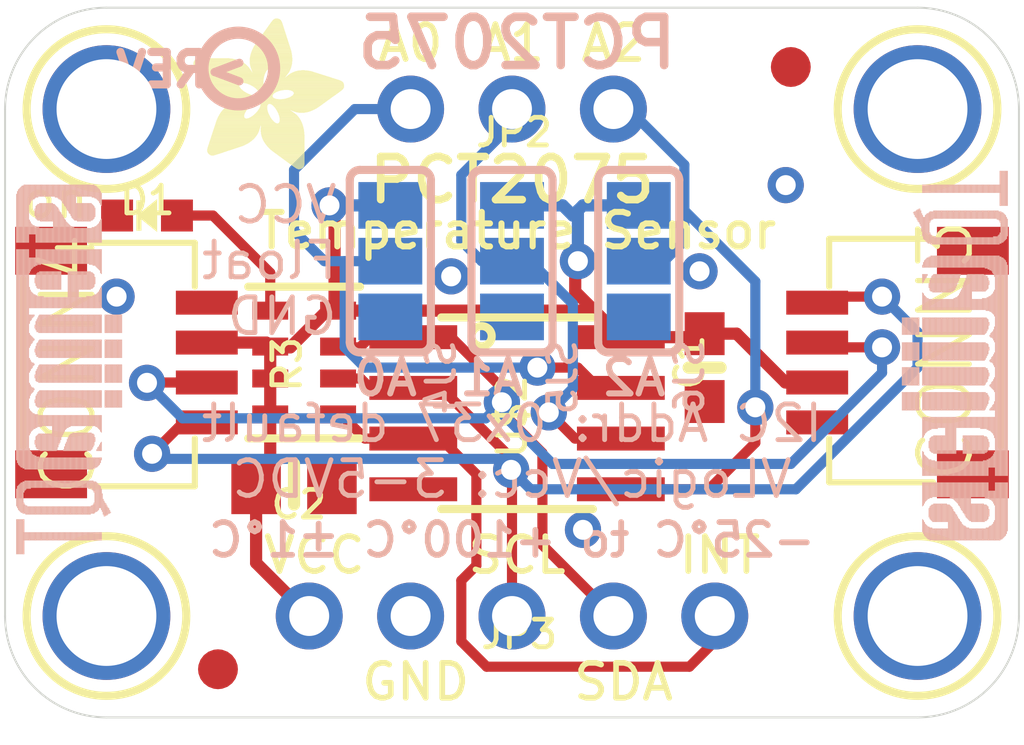
<source format=kicad_pcb>
(kicad_pcb (version 20211014) (generator pcbnew)
  (layers (0 "F.Cu" signal) (31 "B.Cu" signal) (34 "B.Paste" user) (35 "F.Paste" user) (36 "B.SilkS" user "B.Silkscreen") (37 "F.SilkS" user "F.Silkscreen") (38 "B.Mask" user) (39 "F.Mask" user) (44 "Edge.Cuts" user))
  (net 0 "")
  (net 1 "GND")
  (net 2 "SDA")
  (net 3 "SCL")
  (net 4 "VCC")
  (net 5 "INT")
  (net 6 "A0")
  (net 7 "A1")
  (net 8 "A2")
  (net 9 "N$1")
  (footprint "boardEagle:MOUNTINGHOLE_2.5_PLATED" (layer "F.Cu") (at 138.3411 111.3536)
    (fp_text reference "U$19" hide)
    (fp_text value "MOUNTINGHOLE2.5" hide)
    (pad "P$1" thru_hole circle (at 0 0) (size 3.2 3.2) (drill 2.5) (layers *.Cu *.Mask))
  )
  (footprint "boardEagle:1X03_ROUND" (layer "F.Cu") (at 148.5011 98.6536)
    (fp_text reference "JP2" (at -0.9652 0.5842) (layer "F.SilkS") (effects (font (size 0.692831 0.692831) (thickness 0.119969)) (justify left)))
    (fp_text value "")
    (pad "1" thru_hole circle (at -2.54 0 90) (size 1.6764 1.6764) (drill 1) (layers *.Cu *.Mask) (net 6 "A0"))
    (pad "2" thru_hole circle (at 0 0 90) (size 1.6764 1.6764) (drill 1) (layers *.Cu *.Mask) (net 7 "A1"))
    (pad "3" thru_hole circle (at 2.54 0 90) (size 1.6764 1.6764) (drill 1) (layers *.Cu *.Mask) (net 8 "A2"))
  )
  (footprint "boardEagle:MOUNTINGHOLE_2.5_PLATED" (layer "F.Cu") (at 138.3411 98.6536)
    (fp_text reference "U$1" hide)
    (fp_text value "MOUNTINGHOLE2.5" hide)
    (pad "P$1" thru_hole circle (at 0 0) (size 3.2 3.2) (drill 2.5) (layers *.Cu *.Mask))
  )
  (footprint "boardEagle:FIDUCIAL_1MM" (layer "F.Cu") (at 141.1351 112.6871)
    (fp_text reference "FID3" hide)
    (fp_text value "FIDUCIAL_1MM" hide)
    (pad "1" smd roundrect (at 0 0) (size 1 1) (layers "F.Cu" "F.Mask") (roundrect_rratio 0.5))
  )
  (footprint "boardEagle:JST_SH4" (layer "F.Cu") (at 158.6611 105.0036 90)
    (fp_text reference "CONN3" (at -3.076 0.704 90) (layer "F.SilkS") (effects (font (size 1.291539 1.291539) (thickness 0.130861)) (justify left)))
    (fp_text value "STEMMA_I2C_QT" hide)
    (pad "1" smd rect (at -1.5 -2.514 180) (size 1.55 0.6) (layers "F.Cu" "F.Paste" "F.Mask") (net 1 "GND"))
    (pad "2" smd rect (at -0.5 -2.514 180) (size 1.55 0.6) (layers "F.Cu" "F.Paste" "F.Mask") (net 4 "VCC"))
    (pad "3" smd rect (at 0.5 -2.514 180) (size 1.55 0.6) (layers "F.Cu" "F.Paste" "F.Mask") (net 2 "SDA"))
    (pad "4" smd rect (at 1.5 -2.514 180) (size 1.55 0.6) (layers "F.Cu" "F.Paste" "F.Mask") (net 3 "SCL"))
    (pad "MT1" smd rect (at -2.8 1.386 180) (size 1.8 1.2) (layers "F.Cu" "F.Paste" "F.Mask"))
    (pad "MT2" smd rect (at 2.8 1.386 180) (size 1.8 1.2) (layers "F.Cu" "F.Paste" "F.Mask"))
  )
  (footprint "boardEagle:RESPACK_4X0603" (layer "F.Cu") (at 143.2941 105.0036 -90)
    (fp_text reference "R3" (at -0.711 0.432 90) (layer "F.SilkS") (effects (font (size 0.692831 0.692831) (thickness 0.119969)) (justify right)))
    (fp_text value "10K")
    (pad "1" smd rect (at -1.3 0.85 270) (size 0.45 0.9) (layers "F.Cu" "F.Paste" "F.Mask") (net 9 "N$1"))
    (pad "2" smd rect (at -0.4 0.85 270) (size 0.45 0.9) (layers "F.Cu" "F.Paste" "F.Mask") (net 4 "VCC"))
    (pad "3" smd rect (at 0.4 0.85 270) (size 0.45 0.9) (layers "F.Cu" "F.Paste" "F.Mask") (net 4 "VCC"))
    (pad "4" smd rect (at 1.3 0.85 270) (size 0.45 0.9) (layers "F.Cu" "F.Paste" "F.Mask") (net 4 "VCC"))
    (pad "5" smd rect (at 1.3 -0.85 270) (size 0.45 0.9) (layers "F.Cu" "F.Paste" "F.Mask") (net 5 "INT"))
    (pad "6" smd rect (at 0.4 -0.85 270) (size 0.45 0.9) (layers "F.Cu" "F.Paste" "F.Mask") (net 3 "SCL"))
    (pad "7" smd rect (at -0.4 -0.85 270) (size 0.45 0.9) (layers "F.Cu" "F.Paste" "F.Mask") (net 2 "SDA"))
    (pad "8" smd rect (at -1.3 -0.85 270) (size 0.45 0.9) (layers "F.Cu" "F.Paste" "F.Mask") (net 4 "VCC"))
  )
  (footprint "boardEagle:FIDUCIAL_1MM" (layer "F.Cu") (at 155.4861 97.5995)
    (fp_text reference "FID4" hide)
    (fp_text value "FIDUCIAL_1MM" hide)
    (pad "1" smd roundrect (at 0 0) (size 1 1) (layers "F.Cu" "F.Mask") (roundrect_rratio 0.5))
  )
  (footprint "boardEagle:SOIC8_150MIL" (layer "F.Cu") (at 148.6281 106.2736 -90)
    (fp_text reference "U$2" (at -1.016 0.127 90) (layer "F.SilkS") (effects (font (size 0.692831 0.692831) (thickness 0.119969)) (justify right)))
    (fp_text value "PCT2075D")
    (pad "1" smd rect (at -1.905 2.6 270) (size 0.6 2.2) (layers "F.Cu" "F.Paste" "F.Mask") (net 2 "SDA"))
    (pad "2" smd rect (at -0.635 2.6 270) (size 0.6 2.2) (layers "F.Cu" "F.Paste" "F.Mask") (net 3 "SCL"))
    (pad "3" smd rect (at 0.635 2.6 270) (size 0.6 2.2) (layers "F.Cu" "F.Paste" "F.Mask") (net 5 "INT"))
    (pad "4" smd rect (at 1.905 2.6 270) (size 0.6 2.2) (layers "F.Cu" "F.Paste" "F.Mask") (net 1 "GND"))
    (pad "5" smd rect (at 1.905 -2.6 270) (size 0.6 2.2) (layers "F.Cu" "F.Paste" "F.Mask") (net 8 "A2"))
    (pad "6" smd rect (at 0.635 -2.6 270) (size 0.6 2.2) (layers "F.Cu" "F.Paste" "F.Mask") (net 7 "A1"))
    (pad "7" smd rect (at -0.635 -2.6 270) (size 0.6 2.2) (layers "F.Cu" "F.Paste" "F.Mask") (net 6 "A0"))
    (pad "8" smd rect (at -1.905 -2.6 270) (size 0.6 2.2) (layers "F.Cu" "F.Paste" "F.Mask") (net 4 "VCC"))
  )
  (footprint "boardEagle:CHIPLED_0603_NOOUTLINE" (layer "F.Cu") (at 139.3571 101.3206 90)
    (fp_text reference "D1" (at 0.381 0.762) (layer "F.SilkS") (effects (font (size 0.692831 0.692831) (thickness 0.119969)) (justify right)))
    (fp_text value "GREEN")
    (pad "A" smd rect (at 0 0.75 90) (size 0.8 0.8) (layers "F.Cu" "F.Paste" "F.Mask") (net 9 "N$1"))
    (pad "C" smd rect (at 0 -0.75 90) (size 0.8 0.8) (layers "F.Cu" "F.Paste" "F.Mask") (net 1 "GND"))
  )
  (footprint "boardEagle:ADAFRUIT_3.5MM" (layer "F.Cu") (at 140.5001 100.1776)
    (fp_text reference "U$22" hide)
    (fp_text value "" hide)
  )
  (footprint "boardEagle:0603-NO" (layer "F.Cu") (at 153.3271 105.1306 -90)
    (fp_text reference "C1" (at -0.889 0.381 90) (layer "F.SilkS") (effects (font (size 0.692831 0.692831) (thickness 0.119969)) (justify right)))
    (fp_text value "0.1uF")
    (pad "1" smd rect (at -0.85 0 270) (size 1.075 1) (layers "F.Cu" "F.Paste" "F.Mask") (net 4 "VCC"))
    (pad "2" smd rect (at 0.85 0 270) (size 1.075 1) (layers "F.Cu" "F.Paste" "F.Mask") (net 1 "GND"))
  )
  (footprint "boardEagle:MOUNTINGHOLE_2.5_PLATED" (layer "F.Cu") (at 158.6611 111.3536)
    (fp_text reference "U$21" hide)
    (fp_text value "MOUNTINGHOLE2.5" hide)
    (pad "P$1" thru_hole circle (at 0 0) (size 3.2 3.2) (drill 2.5) (layers *.Cu *.Mask))
  )
  (footprint "boardEagle:MOUNTINGHOLE_2.5_PLATED" (layer "F.Cu") (at 158.6611 98.6536)
    (fp_text reference "U$17" hide)
    (fp_text value "MOUNTINGHOLE2.5" hide)
    (pad "P$1" thru_hole circle (at 0 0) (size 3.2 3.2) (drill 2.5) (layers *.Cu *.Mask))
  )
  (footprint "boardEagle:JST_SH4" (layer "F.Cu") (at 138.3411 105.0036 -90)
    (fp_text reference "CONN4" (at -3.33 0.958 90) (layer "F.SilkS") (effects (font (size 1.291539 1.291539) (thickness 0.130861)) (justify right)))
    (fp_text value "STEMMA_I2C_QT" hide)
    (pad "1" smd rect (at -1.5 -2.514) (size 1.55 0.6) (layers "F.Cu" "F.Paste" "F.Mask") (net 1 "GND"))
    (pad "2" smd rect (at -0.5 -2.514) (size 1.55 0.6) (layers "F.Cu" "F.Paste" "F.Mask") (net 4 "VCC"))
    (pad "3" smd rect (at 0.5 -2.514) (size 1.55 0.6) (layers "F.Cu" "F.Paste" "F.Mask") (net 2 "SDA"))
    (pad "4" smd rect (at 1.5 -2.514) (size 1.55 0.6) (layers "F.Cu" "F.Paste" "F.Mask") (net 3 "SCL"))
    (pad "MT1" smd rect (at -2.8 1.386) (size 1.8 1.2) (layers "F.Cu" "F.Paste" "F.Mask"))
    (pad "MT2" smd rect (at 2.8 1.386) (size 1.8 1.2) (layers "F.Cu" "F.Paste" "F.Mask"))
  )
  (footprint "boardEagle:0805-NO" (layer "F.Cu") (at 143.0401 108.0516)
    (fp_text reference "C2" (at -0.635 0.508) (layer "F.SilkS") (effects (font (size 0.692831 0.692831) (thickness 0.119969)) (justify left)))
    (fp_text value "10uF")
    (pad "1" smd rect (at -0.95 0) (size 1.24 1.5) (layers "F.Cu" "F.Paste" "F.Mask") (net 4 "VCC"))
    (pad "2" smd rect (at 0.95 0) (size 1.24 1.5) (layers "F.Cu" "F.Paste" "F.Mask") (net 1 "GND"))
  )
  (footprint "boardEagle:1X05_ROUND" (layer "F.Cu") (at 148.5011 111.3536)
    (fp_text reference "JP3" (at -0.8382 0.4572) (layer "F.SilkS") (effects (font (size 0.692831 0.692831) (thickness 0.119969)) (justify left)))
    (fp_text value "")
    (pad "1" thru_hole circle (at -5.08 0 90) (size 1.6764 1.6764) (drill 1) (layers *.Cu *.Mask) (net 4 "VCC"))
    (pad "2" thru_hole circle (at -2.54 0 90) (size 1.6764 1.6764) (drill 1) (layers *.Cu *.Mask) (net 1 "GND"))
    (pad "3" thru_hole circle (at 0 0 90) (size 1.6764 1.6764) (drill 1) (layers *.Cu *.Mask) (net 3 "SCL"))
    (pad "4" thru_hole circle (at 2.54 0 90) (size 1.6764 1.6764) (drill 1) (layers *.Cu *.Mask) (net 2 "SDA"))
    (pad "5" thru_hole circle (at 5.08 0 90) (size 1.6764 1.6764) (drill 1) (layers *.Cu *.Mask) (net 5 "INT"))
  )
  (footprint "boardEagle:SOLDERJUMPER_2WAY_OPEN_NOPASTE" (layer "B.Cu") (at 151.6761 102.4636 90)
    (fp_text reference "SJ6" (at -1.905 1.27 90) (layer "B.SilkS") (effects (font (size 0.692831 0.692831) (thickness 0.119969)) (justify left mirror)))
    (fp_text value "")
    (pad "1" smd rect (at -1.397 0 90) (size 1.1684 1.6002) (layers "B.Cu") (net 1 "GND"))
    (pad "2" smd rect (at 0 0 90) (size 1.1684 1.6002) (layers "B.Cu") (net 8 "A2"))
    (pad "3" smd rect (at 1.397 0 90) (size 1.1684 1.6002) (layers "B.Cu") (net 4 "VCC"))
  )
  (footprint "boardEagle:PCBFEAT-REV-040" (layer "B.Cu") (at 141.6431 97.6376 180)
    (fp_text reference "U$25" hide)
    (fp_text value "" hide)
    (fp_text user ">REV" (at -0.3556 -0.508) (layer "B.SilkS") (effects (font (size 0.8128 0.8128) (thickness 0.2032)) (justify left bottom mirror)))
  )
  (footprint "boardEagle:STEMMAQT" (layer "B.Cu") (at 138.7221 100.5586 -90)
    (fp_text reference "U$31" hide)
    (fp_text value "" hide)
  )
  (footprint "boardEagle:STEMMAQT" (layer "B.Cu") (at 158.2801 109.4486 90)
    (fp_text reference "U$30" hide)
    (fp_text value "" hide)
  )
  (footprint "boardEagle:SOLDERJUMPER_2WAY_OPEN_NOPASTE" (layer "B.Cu") (at 145.4531 102.4636 90)
    (fp_text reference "SJ4" (at -1.905 1.27 90) (layer "B.SilkS") (effects (font (size 0.692831 0.692831) (thickness 0.119969)) (justify left mirror)))
    (fp_text value "")
    (pad "1" smd rect (at -1.397 0 90) (size 1.1684 1.6002) (layers "B.Cu") (net 1 "GND"))
    (pad "2" smd rect (at 0 0 90) (size 1.1684 1.6002) (layers "B.Cu") (net 6 "A0"))
    (pad "3" smd rect (at 1.397 0 90) (size 1.1684 1.6002) (layers "B.Cu") (net 4 "VCC"))
  )
  (footprint "boardEagle:SOLDERJUMPER_2WAY_OPEN_NOPASTE" (layer "B.Cu") (at 148.5011 102.4636 90)
    (fp_text reference "SJ5" (at -1.905 1.27 90) (layer "B.SilkS") (effects (font (size 0.692831 0.692831) (thickness 0.119969)) (justify left mirror)))
    (fp_text value "")
    (pad "1" smd rect (at -1.397 0 90) (size 1.1684 1.6002) (layers "B.Cu") (net 1 "GND"))
    (pad "2" smd rect (at 0 0 90) (size 1.1684 1.6002) (layers "B.Cu") (net 7 "A1"))
    (pad "3" smd rect (at 1.397 0 90) (size 1.1684 1.6002) (layers "B.Cu") (net 4 "VCC"))
  )
  (gr_arc (start 158.6611 96.1136) (mid 160.457151 96.857549) (end 161.2011 98.6536) (layer "Edge.Cuts") (width 0.05))
  (gr_line (start 161.2011 111.3536) (end 161.2011 98.6536) (layer "Edge.Cuts") (width 0.05))
  (gr_line (start 135.8011 98.6536) (end 135.8011 111.3536) (layer "Edge.Cuts") (width 0.05))
  (gr_arc (start 138.3411 113.8936) (mid 136.545049 113.149651) (end 135.8011 111.3536) (layer "Edge.Cuts") (width 0.05))
  (gr_line (start 138.3411 113.8936) (end 158.6611 113.8936) (layer "Edge.Cuts") (width 0.05))
  (gr_arc (start 135.8011 98.6536) (mid 136.545049 96.857549) (end 138.3411 96.1136) (layer "Edge.Cuts") (width 0.05))
  (gr_line (start 158.6611 96.1136) (end 138.3411 96.1136) (layer "Edge.Cuts") (width 0.05))
  (gr_arc (start 161.2011 111.3536) (mid 160.457151 113.149651) (end 158.6611 113.8936) (layer "Edge.Cuts") (width 0.05))
  (gr_text "I2C Addr: 0x37 default" (at 148.5011 106.5276) (layer "B.SilkS") (effects (font (size 0.89408 0.89408) (thickness 0.12192)) (justify mirror)))
  (gr_text "PCT2075" (at 148.6281 97.0026) (layer "B.SilkS") (effects (font (size 1.20904 1.20904) (thickness 0.21336)) (justify mirror)))
  (gr_text "A1" (at 147.9931 105.3846) (layer "B.SilkS") (effects (font (size 0.8636 0.8636) (thickness 0.1524)) (justify mirror)))
  (gr_text "A0" (at 145.3261 105.3846) (layer "B.SilkS") (effects (font (size 0.8636 0.8636) (thickness 0.1524)) (justify mirror)))
  (gr_text "GND" (at 144.1831 104.3686) (layer "B.SilkS") (effects (font (size 0.89408 0.89408) (thickness 0.12192)) (justify left bottom mirror)))
  (gr_text "VCC" (at 144.1831 101.5746) (layer "B.SilkS") (effects (font (size 0.89408 0.89408) (thickness 0.12192)) (justify left bottom mirror)))
  (gr_text "A2" (at 151.5491 105.3846) (layer "B.SilkS") (effects (font (size 0.8636 0.8636) (thickness 0.1524)) (justify mirror)))
  (gr_text "-25°C to +100°C ±1°C" (at 148.5011 109.4486) (layer "B.SilkS") (effects (font (size 0.82042 0.82042) (thickness 0.14478)) (justify mirror)))
  (gr_text "Float" (at 144.1831 102.9716) (layer "B.SilkS") (effects (font (size 0.89408 0.89408) (thickness 0.12192)) (justify left bottom mirror)))
  (gr_text "VLogic/Vcc: 3-5VDC" (at 148.5011 107.9246) (layer "B.SilkS") (effects (font (size 0.89408 0.89408) (thickness 0.12192)) (justify mirror)))
  (gr_text "INT" (at 153.7081 109.8296) (layer "F.SilkS") (effects (font (size 0.87376 0.87376) (thickness 0.14224))))
  (gr_text "A1" (at 148.5011 97.0026) (layer "F.SilkS") (effects (font (size 0.87376 0.87376) (thickness 0.14224))))
  (gr_text "SCL" (at 148.6281 109.8296) (layer "F.SilkS") (effects (font (size 0.87376 0.87376) (thickness 0.14224))))
  (gr_text "VCC" (at 143.5481 109.8296) (layer "F.SilkS") (effects (font (size 0.87376 0.87376) (thickness 0.14224))))
  (gr_text "on" (at 136.1821 101.4476) (layer "F.SilkS") (effects (font (size 0.89408 0.89408) (thickness 0.12192)) (justify left bottom)))
  (gr_text "GND" (at 146.0881 113.0046) (layer "F.SilkS") (effects (font (size 0.87376 0.87376) (thickness 0.14224))))
  (gr_text "A0" (at 145.9611 97.0026) (layer "F.SilkS") (effects (font (size 0.87376 0.87376) (thickness 0.14224))))
  (gr_text "Temperature Sensor" (at 148.6281 101.7016) (layer "F.SilkS") (effects (font (size 0.8636 0.8636) (thickness 0.1524))))
  (gr_text "A2" (at 151.0411 97.0026) (layer "F.SilkS") (effects (font (size 0.87376 0.87376) (thickness 0.14224))))
  (gr_text "PCT2075" (at 148.5011 100.4316) (layer "F.SilkS") (effects (font (size 1.0795 1.0795) (thickness 0.1905))))
  (gr_text "SDA" (at 151.2951 113.0046) (layer "F.SilkS") (effects (font (size 0.87376 0.87376) (thickness 0.14224))))
  (via (at 138.5951 103.3526) (size 0.9064) (drill 0.5) (layers "F.Cu" "B.Cu") (net 1))
  (via (at 153.2001 102.7176) (size 0.9064) (drill 0.5) (layers "F.Cu" "B.Cu") (net 1))
  (via (at 146.9771 102.8446) (size 0.9064) (drill 0.5) (layers "F.Cu" "B.Cu") (net 1))
  (via (at 155.3591 100.5586) (size 0.9064) (drill 0.5) (layers "F.Cu" "B.Cu") (net 1))
  (via (at 150.2791 109.1946) (size 0.9064) (drill 0.5) (layers "F.Cu" "B.Cu") (net 1))
  (segment (start 144.6911 104.6226) (end 144.1631 104.6226) (width 0.254) (layer "F.Cu") (net 2))
  (segment (start 156.2661 104.6226) (end 156.1471 104.5036) (width 0.254) (layer "F.Cu") (net 2))
  (segment (start 146.0281 104.3686) (end 144.9451 104.3686) (width 0.254) (layer "F.Cu") (net 2))
  (segment (start 149.2631 107.2682) (end 149.2631 109.5756) (width 0.254) (layer "F.Cu") (net 2))
  (segment (start 148.2471 105.9982) (end 148.2471 105.6386) (width 0.254) (layer "F.Cu") (net 2))
  (segment (start 146.9771 104.3686) (end 146.0281 104.3686) (width 0.254) (layer "F.Cu") (net 2))
  (segment (start 148.2471 105.6386) (end 146.9771 104.3686) (width 0.254) (layer "F.Cu") (net 2))
  (segment (start 151.0411 111.3536) (end 149.2631 109.5756) (width 0.254) (layer "F.Cu") (net 2))
  (segment (start 148.2471 106.2522) (end 148.2471 105.9982) (width 0.254) (layer "F.Cu") (net 2))
  (segment (start 140.8551 105.5036) (end 139.3651 105.5036) (width 0.254) (layer "F.Cu") (net 2))
  (segment (start 144.1631 104.6226) (end 144.1441 104.6036) (width 0.254) (layer "F.Cu") (net 2))
  (segment (start 149.2631 107.2682) (end 148.2471 106.2522) (width 0.254) (layer "F.Cu") (net 2))
  (segment (start 139.3651 105.5036) (end 139.3571 105.5116) (width 0.254) (layer "F.Cu") (net 2))
  (segment (start 144.9451 104.3686) (end 144.6911 104.6226) (width 0.254) (layer "F.Cu") (net 2))
  (segment (start 157.7721 104.6226) (end 156.2661 104.6226) (width 0.254) (layer "F.Cu") (net 2))
  (via (at 157.7721 104.6226) (size 0.9064) (drill 0.5) (layers "F.Cu" "B.Cu") (net 2))
  (via (at 148.2471 105.9982) (size 0.9064) (drill 0.5) (layers "F.Cu" "B.Cu") (net 2))
  (via (at 139.3571 105.5116) (size 0.9064) (drill 0.5) (layers "F.Cu" "B.Cu") (net 2))
  (segment (start 157.7721 104.6226) (end 157.7721 105.2576) (width 0.254) (layer "B.Cu") (net 2))
  (segment (start 140.2461 106.4006) (end 147.8447 106.4006) (width 0.254) (layer "B.Cu") (net 2))
  (segment (start 149.5171 107.5436) (end 148.2471 106.2736) (width 0.254) (layer "B.Cu") (net 2))
  (segment (start 155.4861 107.5436) (end 149.5171 107.5436) (width 0.254) (layer "B.Cu") (net 2))
  (segment (start 147.8447 106.4006) (end 148.2471 105.9982) (width 0.254) (layer "B.Cu") (net 2))
  (segment (start 157.7721 105.2576) (end 155.4861 107.5436) (width 0.254) (layer "B.Cu") (net 2))
  (segment (start 148.2471 105.9982) (end 148.2471 106.2736) (width 0.254) (layer "B.Cu") (net 2))
  (segment (start 139.3571 105.5116) (end 140.2461 106.4006) (width 0.254) (layer "B.Cu") (net 2))
  (segment (start 148.4797 107.692) (end 148.5011 107.7134) (width 0.254) (layer "F.Cu") (net 3))
  (segment (start 139.4841 107.2896) (end 140.1431 106.6306) (width 0.254) (layer "F.Cu") (net 3))
  (segment (start 140.8551 106.5036) (end 140.7281 106.6306) (width 0.254) (layer "F.Cu") (net 3))
  (segment (start 146.0281 105.6386) (end 146.7231 105.6386) (width 0.254) (layer "F.Cu") (net 3))
  (segment (start 148.4797 107.692) (end 148.4797 107.3952) (width 0.254) (layer "F.Cu") (net 3))
  (segment (start 148.5011 107.7134) (end 148.5011 111.3536) (width 0.254) (layer "F.Cu") (net 3))
  (segment (start 157.7721 103.3526) (end 156.2981 103.3526) (width 0.254) (layer "F.Cu") (net 3))
  (segment (start 144.7101 105.4036) (end 144.1441 105.4036) (width 0.254) (layer "F.Cu") (net 3))
  (segment (start 148.4797 107.3952) (end 146.7231 105.6386) (width 0.254) (layer "F.Cu") (net 3))
  (segment (start 146.0281 105.6386) (end 144.9451 105.6386) (width 0.254) (layer "F.Cu") (net 3))
  (segment (start 156.2981 103.3526) (end 156.1471 103.5036) (width 0.254) (layer "F.Cu") (net 3))
  (segment (start 144.9451 105.6386) (end 144.7101 105.4036) (width 0.254) (layer "F.Cu") (net 3))
  (segment (start 140.7281 106.6306) (end 140.1431 106.6306) (width 0.254) (layer "F.Cu") (net 3))
  (via (at 148.4797 107.692) (size 0.9064) (drill 0.5) (layers "F.Cu" "B.Cu") (net 3))
  (via (at 157.7721 103.3526) (size 0.9064) (drill 0.5) (layers "F.Cu" "B.Cu") (net 3))
  (via (at 139.4841 107.2896) (size 0.9064) (drill 0.5) (layers "F.Cu" "B.Cu") (net 3))
  (segment (start 158.6611 105.1306) (end 155.6131 108.1786) (width 0.254) (layer "B.Cu") (net 3))
  (segment (start 148.4797 107.692) (end 148.9663 108.1786) (width 0.254) (layer "B.Cu") (net 3))
  (segment (start 155.6131 108.1786) (end 148.9663 108.1786) (width 0.254) (layer "B.Cu") (net 3))
  (segment (start 148.4797 107.692) (end 148.2043 107.4166) (width 0.254) (layer "B.Cu") (net 3))
  (segment (start 139.4841 107.2896) (end 139.6111 107.4166) (width 0.254) (layer "B.Cu") (net 3))
  (segment (start 148.2043 107.4166) (end 139.6111 107.4166) (width 0.254) (layer "B.Cu") (net 3))
  (segment (start 158.6611 104.2416) (end 158.6611 105.1306) (width 0.254) (layer "B.Cu") (net 3))
  (segment (start 157.7721 103.3526) (end 158.6611 104.2416) (width 0.254) (layer "B.Cu") (net 3))
  (segment (start 142.3441 104.5036) (end 142.4441 104.6036) (width 0.3048) (layer "F.Cu") (net 4))
  (segment (start 142.4441 105.4036) (end 142.4441 104.6036) (width 0.3048) (layer "F.Cu") (net 4))
  (segment (start 144.1441 103.7036) (end 150.5631 103.7036) (width 0.3048) (layer "F.Cu") (net 4))
  (segment (start 142.947206 104.6226) (end 142.4631 104.6226) (width 0.3048) (layer "F.Cu") (net 4))
  (segment (start 142.0901 108.0516) (end 142.0901 110.0226) (width 0.3048) (layer "F.Cu") (net 4))
  (segment (start 143.866206 103.7036) (end 142.947206 104.6226) (width 0.3048) (layer "F.Cu") (net 4))
  (segment (start 155.3511 105.5036) (end 154.1281 104.2806) (width 0.3048) (layer "F.Cu") (net 4))
  (segment (start 142.4441 106.3036) (end 142.4441 107.6976) (width 0.3048) (layer "F.Cu") (net 4))
  (segment (start 142.4441 105.4036) (end 142.4441 106.3036) (width 0.3048) (layer "F.Cu") (net 4))
  (segment (start 142.4631 104.6226) (end 142.4441 104.6036) (width 0.3048) (layer "F.Cu") (net 4))
  (segment (start 150.0851 102.5306) (end 150.1521 102.4636) (width 0.3048) (layer "F.Cu") (net 4))
  (segment (start 140.8551 104.5036) (end 142.3441 104.5036) (width 0.3048) (layer "F.Cu") (net 4))
  (segment (start 156.1471 105.5036) (end 155.3511 105.5036) (width 0.3048) (layer "F.Cu") (net 4))
  (segment (start 144.0561 101.1936) (end 143.9291 101.0666) (width 0.3048) (layer "F.Cu") (net 4))
  (segment (start 151.2281 104.3686) (end 150.0851 103.2256) (width 0.3048) (layer "F.Cu") (net 4))
  (segment (start 153.2391 104.3686) (end 153.3271 104.2806) (width 0.3048) (layer "F.Cu") (net 4))
  (segment (start 150.5631 103.7036) (end 151.2281 104.3686) (width 0.3048) (layer "F.Cu") (net 4))
  (segment (start 151.2281 104.3686) (end 153.2391 104.3686) (width 0.3048) (layer "F.Cu") (net 4))
  (segment (start 144.1441 103.7036) (end 144.0561 103.7036) (width 0.3048) (layer "F.Cu") (net 4))
  (segment (start 144.0561 103.7036) (end 143.866206 103.7036) (width 0.3048) (layer "F.Cu") (net 4))
  (segment (start 154.1281 104.2806) (end 153.3271 104.2806) (width 0.3048) (layer "F.Cu") (net 4))
  (segment (start 150.0851 102.5306) (end 150.0851 103.2256) (width 0.3048) (layer "F.Cu") (net 4))
  (segment (start 142.0901 110.0226) (end 143.4211 111.3536) (width 0.3048) (layer "F.Cu") (net 4))
  (segment (start 142.4441 107.6976) (end 142.0901 108.0516) (width 0.3048) (layer "F.Cu") (net 4))
  (segment (start 144.0561 103.7036) (end 144.0561 101.1936) (width 0.3048) (layer "F.Cu") (net 4))
  (via (at 143.9291 101.0666) (size 0.9064) (drill 0.5) (layers "F.Cu" "B.Cu") (net 4))
  (via (at 150.1521 102.4636) (size 0.9064) (drill 0.5) (layers "F.Cu" "B.Cu") (net 4))
  (segment (start 150.1521 101.1936) (end 150.2791 101.0666) (width 0.3048) (layer "B.Cu") (net 4))
  (segment (start 149.7711 101.0666) (end 148.5011 101.0666) (width 0.3048) (layer "B.Cu") (net 4))
  (segment (start 150.1521 102.4636) (end 150.1521 101.1936) (width 0.3048) (layer "B.Cu") (net 4))
  (segment (start 150.0251 101.3206) (end 149.7711 101.0666) (width 0.3048) (layer "B.Cu") (net 4))
  (segment (start 150.0251 101.3206) (end 150.1521 101.1936) (width 0.3048) (layer "B.Cu") (net 4))
  (segment (start 150.2791 101.0666) (end 151.6761 101.0666) (width 0.3048) (layer "B.Cu") (net 4))
  (segment (start 145.4531 101.0666) (end 143.9291 101.0666) (width 0.3048) (layer "B.Cu") (net 4))
  (segment (start 144.2131 106.3036) (end 144.8181 106.9086) (width 0.254) (layer "F.Cu") (net 5))
  (segment (start 144.1441 106.3036) (end 144.2131 106.3036) (width 0.254) (layer "F.Cu") (net 5))
  (segment (start 153.5811 111.9886) (end 153.5811 111.3536) (width 0.254) (layer "F.Cu") (net 5))
  (segment (start 147.8661 112.6236) (end 152.9461 112.6236) (width 0.254) (layer "F.Cu") (net 5))
  (segment (start 152.9461 112.6236) (end 153.5811 111.9886) (width 0.254) (layer "F.Cu") (net 5))
  (segment (start 147.60825 107.80145) (end 147.60825 110.08745) (width 0.254) (layer "F.Cu") (net 5))
  (segment (start 147.60825 110.08745) (end 147.2311 110.4646) (width 0.254) (layer "F.Cu") (net 5))
  (segment (start 147.2311 111.9886) (end 147.8661 112.6236) (width 0.254) (layer "F.Cu") (net 5))
  (segment (start 146.0281 106.9086) (end 146.7154 106.9086) (width 0.254) (layer "F.Cu") (net 5))
  (segment (start 147.2311 110.4646) (end 147.2311 111.9886) (width 0.254) (layer "F.Cu") (net 5))
  (segment (start 144.8181 106.9086) (end 146.0281 106.9086) (width 0.254) (layer "F.Cu") (net 5))
  (segment (start 146.7154 106.9086) (end 147.60825 107.80145) (width 0.254) (layer "F.Cu") (net 5))
  (segment (start 150.6601 105.6386) (end 150.1521 105.1306) (width 0.254) (layer "F.Cu") (net 6))
  (segment (start 150.1521 105.1306) (end 149.1361 105.1306) (width 0.254) (layer "F.Cu") (net 6))
  (segment (start 151.2281 105.6386) (end 150.6601 105.6386) (width 0.254) (layer "F.Cu") (net 6))
  (via (at 149.1361 105.1306) (size 0.9064) (drill 0.5) (layers "F.Cu" "B.Cu") (net 6))
  (segment (start 144.8181 105.1306) (end 144.3101 104.6226) (width 0.254) (layer "B.Cu") (net 6))
  (segment (start 145.4531 102.4636) (end 144.3101 102.4636) (width 0.254) (layer "B.Cu") (net 6))
  (segment (start 149.1361 105.1306) (end 144.8181 105.1306) (width 0.254) (layer "B.Cu") (net 6))
  (segment (start 143.0401 100.1776) (end 144.5641 98.6536) (width 0.254) (layer "B.Cu") (net 6))
  (segment (start 144.5641 98.6536) (end 145.9611 98.6536) (width 0.254) (layer "B.Cu") (net 6))
  (segment (start 144.3101 104.6226) (end 144.3101 102.4636) (width 0.254) (layer "B.Cu") (net 6))
  (segment (start 143.8021 102.4636) (end 143.0401 101.7016) (width 0.254) (layer "B.Cu") (net 6))
  (segment (start 144.3101 102.4636) (end 143.8021 102.4636) (width 0.254) (layer "B.Cu") (net 6))
  (segment (start 143.0401 101.7016) (end 143.0401 100.1776) (width 0.254) (layer "B.Cu") (net 6))
  (segment (start 151.2281 106.9086) (end 150.0799 106.9086) (width 0.254) (layer "F.Cu") (net 7))
  (segment (start 150.0799 106.9086) (end 149.4235 106.2522) (width 0.254) (layer "F.Cu") (net 7))
  (via (at 149.4235 106.2522) (size 0.9064) (drill 0.5) (layers "F.Cu" "B.Cu") (net 7))
  (segment (start 147.2311 100.3046) (end 148.5011 99.0346) (width 0.254) (layer "B.Cu") (net 7))
  (segment (start 150.0251 103.533325) (end 150.0251 105.6506) (width 0.254) (layer "B.Cu") (net 7))
  (segment (start 150.0251 103.533325) (end 148.955375 102.4636) (width 0.254) (layer "B.Cu") (net 7))
  (segment (start 148.955375 102.4636) (end 148.5011 102.4636) (width 0.254) (layer "B.Cu") (net 7))
  (segment (start 148.5011 102.4636) (end 147.7391 102.4636) (width 0.254) (layer "B.Cu") (net 7))
  (segment (start 148.5011 99.0346) (end 148.5011 98.6536) (width 0.254) (layer "B.Cu") (net 7))
  (segment (start 147.7391 102.4636) (end 147.2311 101.9556) (width 0.254) (layer "B.Cu") (net 7))
  (segment (start 147.2311 101.9556) (end 147.2311 100.3046) (width 0.254) (layer "B.Cu") (net 7))
  (segment (start 149.4235 106.2522) (end 150.0251 105.6506) (width 0.254) (layer "B.Cu") (net 7))
  (segment (start 154.5971 107.0142) (end 154.5971 106.1252) (width 0.254) (layer "F.Cu") (net 8))
  (segment (start 151.2281 108.1786) (end 153.4327 108.1786) (width 0.254) (layer "F.Cu") (net 8))
  (segment (start 154.5971 107.0142) (end 153.4327 108.1786) (width 0.254) (layer "F.Cu") (net 8))
  (via (at 154.5971 106.1252) (size 0.9064) (drill 0.5) (layers "F.Cu" "B.Cu") (net 8))
  (segment (start 151.6761 102.4636) (end 152.3111 102.4636) (width 0.254) (layer "B.Cu") (net 8))
  (segment (start 154.5971 106.1252) (end 154.5971 102.9716) (width 0.254) (layer "B.Cu") (net 8))
  (segment (start 154.5971 102.9716) (end 152.8191 101.1936) (width 0.254) (layer "B.Cu") (net 8))
  (segment (start 152.8191 101.1936) (end 152.8191 100.0506) (width 0.254) (layer "B.Cu") (net 8))
  (segment (start 152.8191 100.0506) (end 151.4221 98.6536) (width 0.254) (layer "B.Cu") (net 8))
  (segment (start 152.8191 101.9556) (end 152.8191 101.1936) (width 0.254) (layer "B.Cu") (net 8))
  (segment (start 151.4221 98.6536) (end 151.0411 98.6536) (width 0.254) (layer "B.Cu") (net 8))
  (segment (start 152.3111 102.4636) (end 152.8191 101.9556) (width 0.254) (layer "B.Cu") (net 8))
  (segment (start 142.4441 102.7566) (end 142.4441 103.7036) (width 0.254) (layer "F.Cu") (net 9))
  (segment (start 141.0081 101.3206) (end 142.4441 102.7566) (width 0.254) (layer "F.Cu") (net 9))
  (segment (start 140.1071 101.3206) (end 141.0081 101.3206) (width 0.254) (layer "F.Cu") (net 9))
)
</source>
